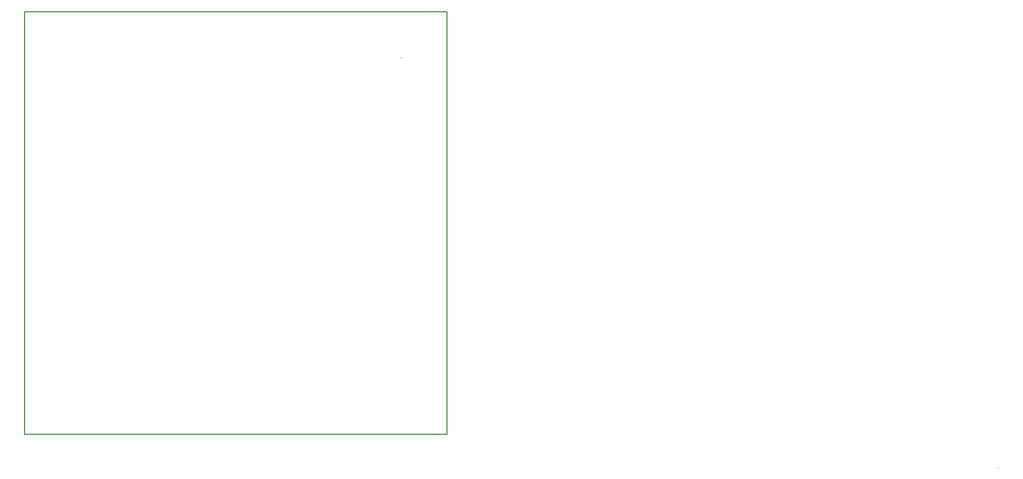
<source format=gbr>
G04 (created by PCBNEW (2013-jul-07)-stable) date nie, 13 lis 2016, 20:29:25*
%MOIN*%
G04 Gerber Fmt 3.4, Leading zero omitted, Abs format*
%FSLAX34Y34*%
G01*
G70*
G90*
G04 APERTURE LIST*
%ADD10C,0.00590551*%
G04 APERTURE END LIST*
G54D10*
X43503Y-25590D02*
X43503Y-50787D01*
X68700Y-25590D02*
X43503Y-25590D01*
X68700Y-50787D02*
X68700Y-25590D01*
X43503Y-50787D02*
X68700Y-50787D01*
X101575Y-52755D02*
G75*
G03X101575Y-52755I0J0D01*
G74*
G01*
X101573Y-52755D02*
X101575Y-52755D01*
X101574Y-52754D02*
X101574Y-52756D01*
X65945Y-28346D02*
G75*
G03X65945Y-28346I0J0D01*
G74*
G01*
X65943Y-28346D02*
X65945Y-28346D01*
X65944Y-28345D02*
X65944Y-28347D01*
M02*

</source>
